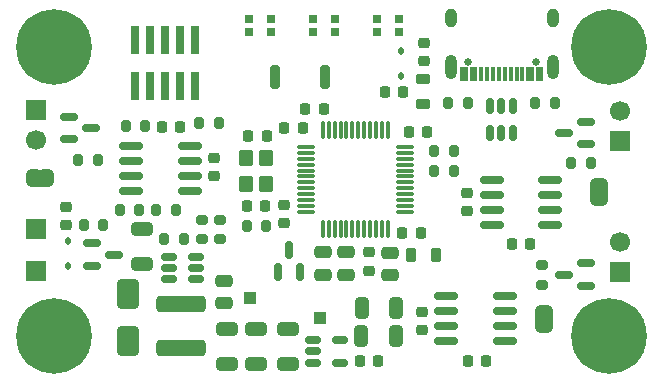
<source format=gbr>
%TF.GenerationSoftware,KiCad,Pcbnew,9.0.6-9.0.6~ubuntu24.04.1*%
%TF.CreationDate,2025-12-01T15:53:02+03:00*%
%TF.ProjectId,canfilter_g4,63616e66-696c-4746-9572-5f67342e6b69,rev?*%
%TF.SameCoordinates,Original*%
%TF.FileFunction,Soldermask,Top*%
%TF.FilePolarity,Negative*%
%FSLAX46Y46*%
G04 Gerber Fmt 4.6, Leading zero omitted, Abs format (unit mm)*
G04 Created by KiCad (PCBNEW 9.0.6-9.0.6~ubuntu24.04.1) date 2025-12-01 15:53:02*
%MOMM*%
%LPD*%
G01*
G04 APERTURE LIST*
G04 Aperture macros list*
%AMRoundRect*
0 Rectangle with rounded corners*
0 $1 Rounding radius*
0 $2 $3 $4 $5 $6 $7 $8 $9 X,Y pos of 4 corners*
0 Add a 4 corners polygon primitive as box body*
4,1,4,$2,$3,$4,$5,$6,$7,$8,$9,$2,$3,0*
0 Add four circle primitives for the rounded corners*
1,1,$1+$1,$2,$3*
1,1,$1+$1,$4,$5*
1,1,$1+$1,$6,$7*
1,1,$1+$1,$8,$9*
0 Add four rect primitives between the rounded corners*
20,1,$1+$1,$2,$3,$4,$5,0*
20,1,$1+$1,$4,$5,$6,$7,0*
20,1,$1+$1,$6,$7,$8,$9,0*
20,1,$1+$1,$8,$9,$2,$3,0*%
%AMFreePoly0*
4,1,23,0.500000,-0.750000,0.000000,-0.750000,0.000000,-0.745722,-0.065263,-0.745722,-0.191342,-0.711940,-0.304381,-0.646677,-0.396677,-0.554381,-0.461940,-0.441342,-0.495722,-0.315263,-0.495722,-0.250000,-0.500000,-0.250000,-0.500000,0.250000,-0.495722,0.250000,-0.495722,0.315263,-0.461940,0.441342,-0.396677,0.554381,-0.304381,0.646677,-0.191342,0.711940,-0.065263,0.745722,0.000000,0.745722,
0.000000,0.750000,0.500000,0.750000,0.500000,-0.750000,0.500000,-0.750000,$1*%
%AMFreePoly1*
4,1,23,0.000000,0.745722,0.065263,0.745722,0.191342,0.711940,0.304381,0.646677,0.396677,0.554381,0.461940,0.441342,0.495722,0.315263,0.495722,0.250000,0.500000,0.250000,0.500000,-0.250000,0.495722,-0.250000,0.495722,-0.315263,0.461940,-0.441342,0.396677,-0.554381,0.304381,-0.646677,0.191342,-0.711940,0.065263,-0.745722,0.000000,-0.745722,0.000000,-0.750000,-0.500000,-0.750000,
-0.500000,0.750000,0.000000,0.750000,0.000000,0.745722,0.000000,0.745722,$1*%
G04 Aperture macros list end*
%ADD10C,0.800000*%
%ADD11C,6.400000*%
%ADD12RoundRect,0.200000X0.200000X0.275000X-0.200000X0.275000X-0.200000X-0.275000X0.200000X-0.275000X0*%
%ADD13RoundRect,0.200000X-0.200000X-0.275000X0.200000X-0.275000X0.200000X0.275000X-0.200000X0.275000X0*%
%ADD14RoundRect,0.200000X-0.275000X0.200000X-0.275000X-0.200000X0.275000X-0.200000X0.275000X0.200000X0*%
%ADD15FreePoly0,270.000000*%
%ADD16FreePoly1,270.000000*%
%ADD17RoundRect,0.350000X1.750000X0.350000X-1.750000X0.350000X-1.750000X-0.350000X1.750000X-0.350000X0*%
%ADD18RoundRect,0.225000X0.250000X-0.225000X0.250000X0.225000X-0.250000X0.225000X-0.250000X-0.225000X0*%
%ADD19RoundRect,0.250000X-0.650000X0.325000X-0.650000X-0.325000X0.650000X-0.325000X0.650000X0.325000X0*%
%ADD20RoundRect,0.225000X0.225000X0.250000X-0.225000X0.250000X-0.225000X-0.250000X0.225000X-0.250000X0*%
%ADD21RoundRect,0.200000X0.200000X0.800000X-0.200000X0.800000X-0.200000X-0.800000X0.200000X-0.800000X0*%
%ADD22RoundRect,0.225000X-0.250000X0.225000X-0.250000X-0.225000X0.250000X-0.225000X0.250000X0.225000X0*%
%ADD23RoundRect,0.250000X-0.325000X-0.650000X0.325000X-0.650000X0.325000X0.650000X-0.325000X0.650000X0*%
%ADD24RoundRect,0.250000X0.650000X-0.325000X0.650000X0.325000X-0.650000X0.325000X-0.650000X-0.325000X0*%
%ADD25RoundRect,0.218750X0.381250X-0.218750X0.381250X0.218750X-0.381250X0.218750X-0.381250X-0.218750X0*%
%ADD26RoundRect,0.250000X-0.475000X0.250000X-0.475000X-0.250000X0.475000X-0.250000X0.475000X0.250000X0*%
%ADD27RoundRect,0.225000X-0.225000X-0.250000X0.225000X-0.250000X0.225000X0.250000X-0.225000X0.250000X0*%
%ADD28R,0.740000X2.400000*%
%ADD29RoundRect,0.112500X0.112500X-0.187500X0.112500X0.187500X-0.112500X0.187500X-0.112500X-0.187500X0*%
%ADD30RoundRect,0.075000X-0.662500X-0.075000X0.662500X-0.075000X0.662500X0.075000X-0.662500X0.075000X0*%
%ADD31RoundRect,0.075000X-0.075000X-0.662500X0.075000X-0.662500X0.075000X0.662500X-0.075000X0.662500X0*%
%ADD32RoundRect,0.150000X-0.150000X0.512500X-0.150000X-0.512500X0.150000X-0.512500X0.150000X0.512500X0*%
%ADD33R,1.700000X1.700000*%
%ADD34RoundRect,0.250000X0.350000X-0.450000X0.350000X0.450000X-0.350000X0.450000X-0.350000X-0.450000X0*%
%ADD35RoundRect,0.150000X-0.825000X-0.150000X0.825000X-0.150000X0.825000X0.150000X-0.825000X0.150000X0*%
%ADD36C,0.650000*%
%ADD37R,0.300000X1.150000*%
%ADD38O,1.000000X2.100000*%
%ADD39O,1.000000X1.600000*%
%ADD40FreePoly0,180.000000*%
%ADD41FreePoly1,180.000000*%
%ADD42R,0.700000X0.700000*%
%ADD43RoundRect,0.200000X0.275000X-0.200000X0.275000X0.200000X-0.275000X0.200000X-0.275000X-0.200000X0*%
%ADD44RoundRect,0.150000X-0.512500X-0.150000X0.512500X-0.150000X0.512500X0.150000X-0.512500X0.150000X0*%
%ADD45RoundRect,0.150000X0.587500X0.150000X-0.587500X0.150000X-0.587500X-0.150000X0.587500X-0.150000X0*%
%ADD46C,1.700000*%
%ADD47RoundRect,0.150000X0.150000X-0.587500X0.150000X0.587500X-0.150000X0.587500X-0.150000X-0.587500X0*%
%ADD48RoundRect,0.218750X0.218750X0.381250X-0.218750X0.381250X-0.218750X-0.381250X0.218750X-0.381250X0*%
%ADD49R,1.000000X1.000000*%
%ADD50RoundRect,0.150000X0.825000X0.150000X-0.825000X0.150000X-0.825000X-0.150000X0.825000X-0.150000X0*%
%ADD51RoundRect,0.150000X0.512500X0.150000X-0.512500X0.150000X-0.512500X-0.150000X0.512500X-0.150000X0*%
%ADD52RoundRect,0.150000X-0.587500X-0.150000X0.587500X-0.150000X0.587500X0.150000X-0.587500X0.150000X0*%
%ADD53RoundRect,0.112500X-0.112500X0.187500X-0.112500X-0.187500X0.112500X-0.187500X0.112500X0.187500X0*%
%ADD54RoundRect,0.250000X-0.650000X1.000000X-0.650000X-1.000000X0.650000X-1.000000X0.650000X1.000000X0*%
G04 APERTURE END LIST*
%TO.C,JP501*%
G36*
X170900000Y-97150000D02*
G01*
X169400000Y-97150000D01*
X169400000Y-97450000D01*
X170900000Y-97450000D01*
X170900000Y-97150000D01*
G37*
%TO.C,JP401*%
G36*
X166250000Y-107900000D02*
G01*
X164750000Y-107900000D01*
X164750000Y-108200000D01*
X166250000Y-108200000D01*
X166250000Y-107900000D01*
G37*
%TO.C,JP301*%
G36*
X123000000Y-96900000D02*
G01*
X122700000Y-96900000D01*
X122700000Y-95400000D01*
X123000000Y-95400000D01*
X123000000Y-96900000D01*
G37*
%TD*%
D10*
%TO.C,H104*%
X168600000Y-109500000D03*
X169302944Y-107802944D03*
X169302944Y-111197056D03*
X171000000Y-107100000D03*
D11*
X171000000Y-109500000D03*
D10*
X171000000Y-111900000D03*
X172697056Y-107802944D03*
X172697056Y-111197056D03*
X173400000Y-109500000D03*
%TD*%
D12*
%TO.C,R105*%
X142000000Y-100150000D03*
X140350000Y-100150000D03*
%TD*%
D13*
%TO.C,R501*%
X167850000Y-94850000D03*
X169500000Y-94850000D03*
%TD*%
D14*
%TO.C,R401*%
X165350000Y-103500000D03*
X165350000Y-105150000D03*
%TD*%
D10*
%TO.C,H101*%
X121600000Y-85000000D03*
X122302944Y-83302944D03*
X122302944Y-86697056D03*
X124000000Y-82600000D03*
D11*
X124000000Y-85000000D03*
D10*
X124000000Y-87400000D03*
X125697056Y-83302944D03*
X125697056Y-86697056D03*
X126400000Y-85000000D03*
%TD*%
D15*
%TO.C,JP501*%
X170150000Y-96650000D03*
D16*
X170150000Y-97950000D03*
%TD*%
D13*
%TO.C,R106*%
X130100000Y-91750000D03*
X131750000Y-91750000D03*
%TD*%
%TO.C,R604*%
X156250000Y-93850000D03*
X157900000Y-93850000D03*
%TD*%
D17*
%TO.C,L201*%
X134799201Y-106775000D03*
X134799201Y-110525000D03*
%TD*%
D18*
%TO.C,C401*%
X155220000Y-109000000D03*
X155220000Y-107450000D03*
%TD*%
D19*
%TO.C,C203*%
X141100000Y-108900000D03*
X141100000Y-111850000D03*
%TD*%
D20*
%TO.C,C602*%
X153600000Y-88850000D03*
X152050000Y-88850000D03*
%TD*%
D21*
%TO.C,SW101*%
X146950000Y-87600000D03*
X142750000Y-87600000D03*
%TD*%
D22*
%TO.C,C116*%
X150700000Y-102400000D03*
X150700000Y-103950000D03*
%TD*%
D23*
%TO.C,C104*%
X150050000Y-109500000D03*
X153000000Y-109500000D03*
%TD*%
D24*
%TO.C,C201*%
X131500000Y-103375000D03*
X131500000Y-100425000D03*
%TD*%
D10*
%TO.C,H103*%
X168600000Y-85000000D03*
X169302944Y-83302944D03*
X169302944Y-86697056D03*
X171000000Y-82600000D03*
D11*
X171000000Y-85000000D03*
D10*
X171000000Y-87400000D03*
X172697056Y-83302944D03*
X172697056Y-86697056D03*
X173400000Y-85000000D03*
%TD*%
D25*
%TO.C,FB601*%
X155250000Y-89850000D03*
X155250000Y-87725000D03*
%TD*%
D26*
%TO.C,C115*%
X152500000Y-102450000D03*
X152500000Y-104350000D03*
%TD*%
D27*
%TO.C,C108*%
X154075000Y-92250000D03*
X155625000Y-92250000D03*
%TD*%
D28*
%TO.C,J106*%
X130890000Y-88350000D03*
X130890000Y-84450000D03*
X132160000Y-88350000D03*
X132160000Y-84450000D03*
X133430000Y-88350000D03*
X133430000Y-84450000D03*
X134700000Y-88350000D03*
X134700000Y-84450000D03*
X135970000Y-88350000D03*
X135970000Y-84450000D03*
%TD*%
D29*
%TO.C,D101*%
X125237500Y-103550000D03*
X125237500Y-101450000D03*
%TD*%
D22*
%TO.C,C301*%
X137550000Y-94425000D03*
X137550000Y-95975000D03*
%TD*%
D18*
%TO.C,C601*%
X155350000Y-86250000D03*
X155350000Y-84700000D03*
%TD*%
D30*
%TO.C,U102*%
X145387500Y-93487500D03*
X145387500Y-93987500D03*
X145387500Y-94487500D03*
X145387500Y-94987500D03*
X145387500Y-95487500D03*
X145387500Y-95987500D03*
X145387500Y-96487500D03*
X145387500Y-96987500D03*
X145387500Y-97487500D03*
X145387500Y-97987500D03*
X145387500Y-98487500D03*
X145387500Y-98987500D03*
D31*
X146800000Y-100400000D03*
X147300000Y-100400000D03*
X147800000Y-100400000D03*
X148300000Y-100400000D03*
X148800000Y-100400000D03*
X149300000Y-100400000D03*
X149800000Y-100400000D03*
X150300000Y-100400000D03*
X150800000Y-100400000D03*
X151300000Y-100400000D03*
X151800000Y-100400000D03*
X152300000Y-100400000D03*
D30*
X153712500Y-98987500D03*
X153712500Y-98487500D03*
X153712500Y-97987500D03*
X153712500Y-97487500D03*
X153712500Y-96987500D03*
X153712500Y-96487500D03*
X153712500Y-95987500D03*
X153712500Y-95487500D03*
X153712500Y-94987500D03*
X153712500Y-94487500D03*
X153712500Y-93987500D03*
X153712500Y-93487500D03*
D31*
X152300000Y-92075000D03*
X151800000Y-92075000D03*
X151300000Y-92075000D03*
X150800000Y-92075000D03*
X150300000Y-92075000D03*
X149800000Y-92075000D03*
X149300000Y-92075000D03*
X148800000Y-92075000D03*
X148300000Y-92075000D03*
X147800000Y-92075000D03*
X147300000Y-92075000D03*
X146800000Y-92075000D03*
%TD*%
D32*
%TO.C,U601*%
X162862500Y-90012500D03*
X161912500Y-90012500D03*
X160962500Y-90012500D03*
X160962500Y-92287500D03*
X161912500Y-92287500D03*
X162862500Y-92287500D03*
%TD*%
D33*
%TO.C,J105*%
X122500000Y-100400000D03*
%TD*%
D13*
%TO.C,R201*%
X133375000Y-101250000D03*
X135025000Y-101250000D03*
%TD*%
D26*
%TO.C,C110*%
X146800000Y-102400000D03*
X146800000Y-104300000D03*
%TD*%
D27*
%TO.C,C113*%
X145325000Y-90300000D03*
X146875000Y-90300000D03*
%TD*%
D34*
%TO.C,Y101*%
X142026777Y-96621142D03*
X142026777Y-94421142D03*
X140326777Y-94421142D03*
X140326777Y-96621142D03*
%TD*%
D35*
%TO.C,U401*%
X157250000Y-106150000D03*
X157250000Y-107420000D03*
X157250000Y-108690000D03*
X157250000Y-109960000D03*
X162200000Y-109960000D03*
X162200000Y-108690000D03*
X162200000Y-107420000D03*
X162200000Y-106150000D03*
%TD*%
D22*
%TO.C,C109*%
X143500000Y-98400000D03*
X143500000Y-99950000D03*
%TD*%
D36*
%TO.C,J601*%
X164840000Y-86255000D03*
X159060000Y-86255000D03*
D37*
X165300000Y-87320000D03*
X164500000Y-87320000D03*
X163200000Y-87320000D03*
X162200000Y-87320000D03*
X161700000Y-87320000D03*
X160700000Y-87320000D03*
X159400000Y-87320000D03*
X158600000Y-87320000D03*
X158900000Y-87320000D03*
X159700000Y-87320000D03*
X160200000Y-87320000D03*
X161200000Y-87320000D03*
X162700000Y-87320000D03*
X163700000Y-87320000D03*
X164200000Y-87320000D03*
X165000000Y-87320000D03*
D38*
X166270000Y-86755000D03*
D39*
X166270000Y-82575000D03*
D38*
X157630000Y-86755000D03*
D39*
X157630000Y-82575000D03*
%TD*%
D13*
%TO.C,R602*%
X157400000Y-89800000D03*
X159050000Y-89800000D03*
%TD*%
D19*
%TO.C,C204*%
X138700000Y-108900000D03*
X138700000Y-111850000D03*
%TD*%
D15*
%TO.C,JP401*%
X165500000Y-107400000D03*
D16*
X165500000Y-108700000D03*
%TD*%
D40*
%TO.C,JP301*%
X123500000Y-96150000D03*
D41*
X122200000Y-96150000D03*
%TD*%
D13*
%TO.C,R101*%
X126562500Y-100100000D03*
X128212500Y-100100000D03*
%TD*%
D42*
%TO.C,D104*%
X145985000Y-82650000D03*
X145985000Y-83750000D03*
X147815000Y-83750000D03*
X147815000Y-82650000D03*
%TD*%
D13*
%TO.C,R102*%
X129600000Y-98800000D03*
X131250000Y-98800000D03*
%TD*%
D43*
%TO.C,R203*%
X136550000Y-101300000D03*
X136550000Y-99650000D03*
%TD*%
D44*
%TO.C,U101*%
X145962500Y-109850000D03*
X145962500Y-110800000D03*
X145962500Y-111750000D03*
X148237500Y-111750000D03*
X148237500Y-109850000D03*
%TD*%
D45*
%TO.C,D501*%
X169087500Y-93250000D03*
X169087500Y-91350000D03*
X167212500Y-92300000D03*
%TD*%
D27*
%TO.C,C106*%
X140350000Y-98500000D03*
X141900000Y-98500000D03*
%TD*%
D33*
%TO.C,J102*%
X172000000Y-104100000D03*
D46*
X172000000Y-101560000D03*
%TD*%
D20*
%TO.C,C114*%
X145100000Y-91900000D03*
X143550000Y-91900000D03*
%TD*%
D33*
%TO.C,J101*%
X122500000Y-90400000D03*
D46*
X122500000Y-92940000D03*
%TD*%
D26*
%TO.C,C112*%
X148800000Y-102400000D03*
X148800000Y-104300000D03*
%TD*%
%TO.C,C202*%
X138450000Y-104800000D03*
X138450000Y-106700000D03*
%TD*%
D45*
%TO.C,D401*%
X169050000Y-105250000D03*
X169050000Y-103350000D03*
X167175000Y-104300000D03*
%TD*%
D47*
%TO.C,D105*%
X143000000Y-104050000D03*
X144900000Y-104050000D03*
X143950000Y-102175000D03*
%TD*%
D27*
%TO.C,C111*%
X153525000Y-100800000D03*
X155075000Y-100800000D03*
%TD*%
D33*
%TO.C,J104*%
X122500000Y-104000000D03*
%TD*%
D20*
%TO.C,C105*%
X142050000Y-92600000D03*
X140500000Y-92600000D03*
%TD*%
D12*
%TO.C,R601*%
X166450000Y-89750000D03*
X164800000Y-89750000D03*
%TD*%
D48*
%TO.C,L101*%
X156400000Y-102600000D03*
X154275000Y-102600000D03*
%TD*%
D49*
%TO.C,TP102*%
X146550000Y-107950000D03*
%TD*%
D50*
%TO.C,U301*%
X135525000Y-97180000D03*
X135525000Y-95910000D03*
X135525000Y-94640000D03*
X135525000Y-93370000D03*
X130575000Y-93370000D03*
X130575000Y-94640000D03*
X130575000Y-95910000D03*
X130575000Y-97180000D03*
%TD*%
D10*
%TO.C,H102*%
X121600000Y-109500000D03*
X122302944Y-107802944D03*
X122302944Y-111197056D03*
X124000000Y-107100000D03*
D11*
X124000000Y-109500000D03*
D10*
X124000000Y-111900000D03*
X125697056Y-107802944D03*
X125697056Y-111197056D03*
X126400000Y-109500000D03*
%TD*%
D20*
%TO.C,C502*%
X164325000Y-101745000D03*
X162775000Y-101745000D03*
%TD*%
D51*
%TO.C,U201*%
X136087500Y-104700000D03*
X136087500Y-103750000D03*
X136087500Y-102800000D03*
X133812500Y-102800000D03*
X133812500Y-103750000D03*
X133812500Y-104700000D03*
%TD*%
D18*
%TO.C,C501*%
X158975000Y-98920000D03*
X158975000Y-97370000D03*
%TD*%
D52*
%TO.C,Q101*%
X127262500Y-101650000D03*
X127262500Y-103550000D03*
X129137500Y-102600000D03*
%TD*%
D18*
%TO.C,C102*%
X125087500Y-100125000D03*
X125087500Y-98575000D03*
%TD*%
D20*
%TO.C,C402*%
X160650000Y-111600000D03*
X159100000Y-111600000D03*
%TD*%
D19*
%TO.C,C101*%
X143850000Y-108875000D03*
X143850000Y-111825000D03*
%TD*%
D53*
%TO.C,D107*%
X153400000Y-85350000D03*
X153400000Y-87450000D03*
%TD*%
D13*
%TO.C,R103*%
X132700000Y-98800000D03*
X134350000Y-98800000D03*
%TD*%
%TO.C,R104*%
X136350000Y-91500000D03*
X138000000Y-91500000D03*
%TD*%
D54*
%TO.C,D202*%
X130300000Y-105950000D03*
X130300000Y-109950000D03*
%TD*%
D14*
%TO.C,R202*%
X138050000Y-99650000D03*
X138050000Y-101300000D03*
%TD*%
D42*
%TO.C,D102*%
X151385000Y-82650000D03*
X151385000Y-83750000D03*
X153215000Y-83750000D03*
X153215000Y-82650000D03*
%TD*%
D27*
%TO.C,C302*%
X133150000Y-91780000D03*
X134700000Y-91780000D03*
%TD*%
D33*
%TO.C,J103*%
X172000000Y-92950000D03*
D46*
X172000000Y-90410000D03*
%TD*%
D49*
%TO.C,TP101*%
X140600000Y-106300000D03*
%TD*%
D27*
%TO.C,C103*%
X149950000Y-111600000D03*
X151500000Y-111600000D03*
%TD*%
D12*
%TO.C,R301*%
X127725000Y-94600000D03*
X126075000Y-94600000D03*
%TD*%
D35*
%TO.C,U501*%
X161100000Y-96290000D03*
X161100000Y-97560000D03*
X161100000Y-98830000D03*
X161100000Y-100100000D03*
X166050000Y-100100000D03*
X166050000Y-98830000D03*
X166050000Y-97560000D03*
X166050000Y-96290000D03*
%TD*%
D42*
%TO.C,D106*%
X140585000Y-82650000D03*
X140585000Y-83750000D03*
X142415000Y-83750000D03*
X142415000Y-82650000D03*
%TD*%
D13*
%TO.C,R603*%
X156250000Y-95500000D03*
X157900000Y-95500000D03*
%TD*%
D23*
%TO.C,C107*%
X150075000Y-107100000D03*
X153025000Y-107100000D03*
%TD*%
D52*
%TO.C,D301*%
X125325000Y-90950000D03*
X125325000Y-92850000D03*
X127200000Y-91900000D03*
%TD*%
M02*

</source>
